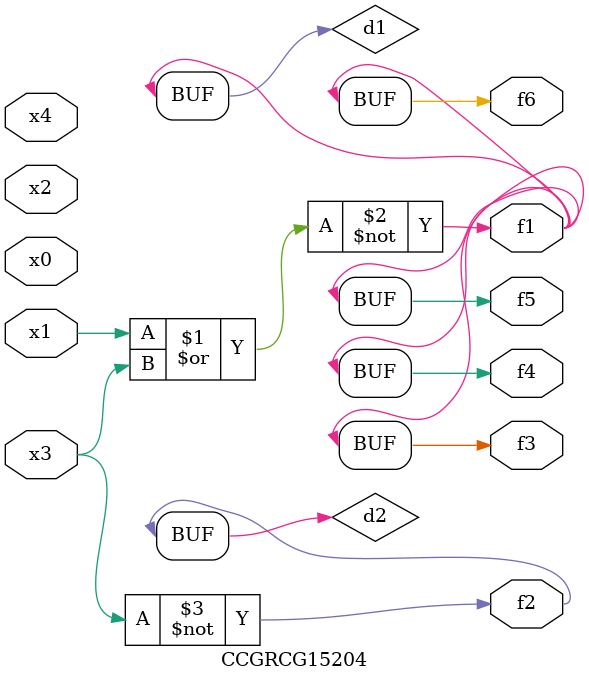
<source format=v>
module CCGRCG15204(
	input x0, x1, x2, x3, x4,
	output f1, f2, f3, f4, f5, f6
);

	wire d1, d2;

	nor (d1, x1, x3);
	not (d2, x3);
	assign f1 = d1;
	assign f2 = d2;
	assign f3 = d1;
	assign f4 = d1;
	assign f5 = d1;
	assign f6 = d1;
endmodule

</source>
